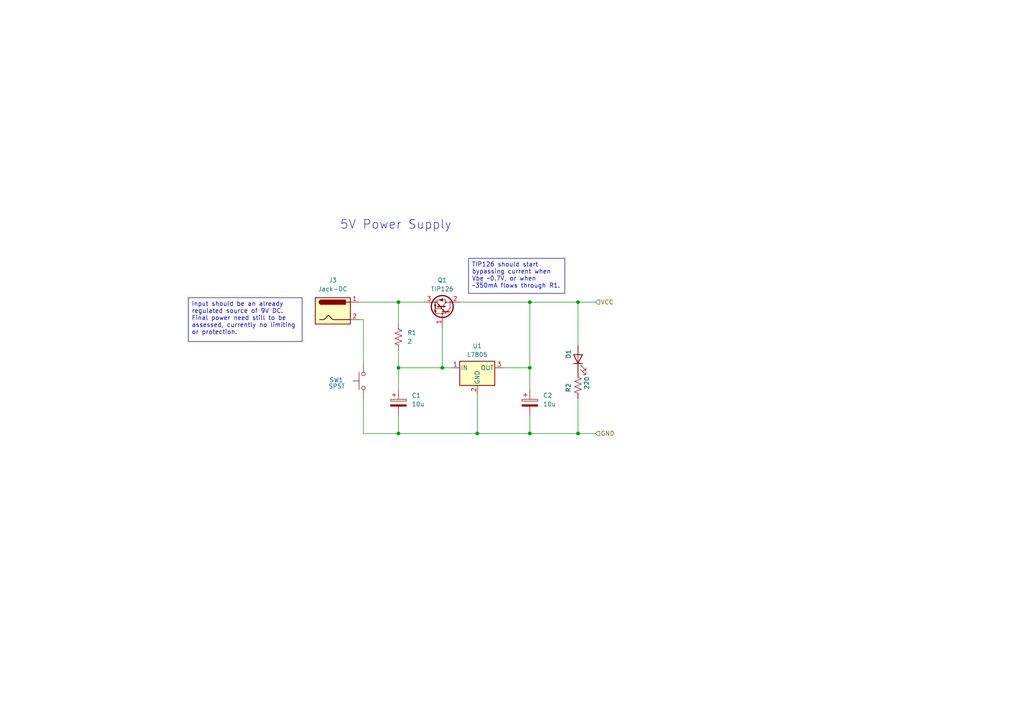
<source format=kicad_sch>
(kicad_sch (version 20250114) (generator "eeschema") (generator_version "9.0")
  (paper "A4")
  (title_block (title "Power Supply") (date "2025-11-16") (rev "1.0") (company "Marco Vettigli"))
  (lib_symbols
    (symbol "Connector:Jack-DC" (pin_names (offset 1.016))
      (property "Reference" "J" (at 0 5.334 0))
      (property "Value" "Jack-DC" (at 0 -5.08 0))
      (symbol "Jack-DC_0_1"
        (rectangle (start -5.08 3.81) (end 5.08 -3.81) (stroke (width 0.254)) (fill (type background)))
        (polyline (pts (xy -3.81 -2.54) (xy -2.54 -2.54) (xy -1.27 -1.27) (xy 0 -2.54) (xy 2.54 -2.54) (xy 5.08 -2.54)) (stroke (width 0.254)))
        (arc (start -3.302 1.905) (mid -3.9343 2.54) (end -3.302 3.175) (stroke (width 0.254)))
        (arc (start -3.302 1.905) (mid -3.9343 2.54) (end -3.302 3.175) (stroke (width 0.254)) (fill (type outline)))
        (rectangle (start 3.683 3.175) (end -3.302 1.905) (stroke (width 0.254)) (fill (type outline)))
        (polyline (pts (xy 5.08 2.54) (xy 3.81 2.54)) (stroke (width 0.254)))
      )
      (symbol "Jack-DC_1_1"
        (pin passive line (at 7.62 2.54 180) (length 2.54) (name "~") (number "1"))
        (pin passive line (at 7.62 -2.54 180) (length 2.54) (name "~") (number "2"))
      )
    )
    (symbol "Device:C_Polarized" (pin_numbers (hide yes)) (pin_names (offset 0.254))
      (property "Reference" "C" (at 0.635 2.54 0))
      (property "Value" "C_Polarized" (at 0.635 -2.54 0))
      (symbol "C_Polarized_0_1"
        (rectangle (start -2.286 0.508) (end 2.286 1.016))
        (polyline (pts (xy -1.778 2.286) (xy -0.762 2.286)))
        (polyline (pts (xy -1.27 2.794) (xy -1.27 1.778)))
        (rectangle (start 2.286 -0.508) (end -2.286 -1.016) (fill (type outline)))
      )
      (symbol "C_Polarized_1_1"
        (pin passive line (at 0 3.81 270) (length 2.794) (name "~") (number "1"))
        (pin passive line (at 0 -3.81 90) (length 2.794) (name "~") (number "2"))
      )
    )
    (symbol "Device:LED" (pin_numbers (hide yes)) (pin_names (offset 1.016) (hide yes))
      (property "Reference" "D" (at 0 2.54 0))
      (property "Value" "LED" (at 0 -2.54 0))
      (symbol "LED_0_1"
        (polyline (pts (xy -3.048 -0.762) (xy -4.572 -2.286) (xy -3.81 -2.286) (xy -4.572 -2.286) (xy -4.572 -1.524)))
        (polyline (pts (xy -1.778 -0.762) (xy -3.302 -2.286) (xy -2.54 -2.286) (xy -3.302 -2.286) (xy -3.302 -1.524)))
        (polyline (pts (xy -1.27 0) (xy 1.27 0)))
        (polyline (pts (xy -1.27 -1.27) (xy -1.27 1.27)) (stroke (width 0.254)))
        (polyline (pts (xy 1.27 -1.27) (xy 1.27 1.27) (xy -1.27 0) (xy 1.27 -1.27)) (stroke (width 0.254)))
      )
      (symbol "LED_1_1"
        (pin passive line (at -3.81 0 0) (length 2.54) (name "K") (number "1"))
        (pin passive line (at 3.81 0 180) (length 2.54) (name "A") (number "2"))
      )
    )
    (symbol "Device:R_US" (pin_numbers (hide yes)) (pin_names (offset 0))
      (property "Reference" "R" (at 2.54 0 90))
      (property "Value" "R_US" (at -2.54 0 90))
      (symbol "R_US_0_1"
        (polyline (pts (xy 0 2.286) (xy 0 2.54)))
        (polyline (pts (xy 0 2.286) (xy 1.016 1.905) (xy 0 1.524) (xy -1.016 1.143) (xy 0 0.762)))
        (polyline (pts (xy 0 0.762) (xy 1.016 0.381) (xy 0 0) (xy -1.016 -0.381) (xy 0 -0.762)))
        (polyline (pts (xy 0 -0.762) (xy 1.016 -1.143) (xy 0 -1.524) (xy -1.016 -1.905) (xy 0 -2.286)))
        (polyline (pts (xy 0 -2.286) (xy 0 -2.54)))
      )
      (symbol "R_US_1_1"
        (pin passive line (at 0 3.81 270) (length 1.27) (name "~") (number "1"))
        (pin passive line (at 0 -3.81 90) (length 1.27) (name "~") (number "2"))
      )
    )
    (symbol "Regulator_Linear:L7805" (pin_names (offset 0.254))
      (property "Reference" "U" (at -3.81 3.175 0))
      (property "Value" "L7805" (at 0 3.175 0))
      (symbol "L7805_0_1"
        (rectangle (start -5.08 1.905) (end 5.08 -5.08) (stroke (width 0.254)) (fill (type background)))
      )
      (symbol "L7805_1_1"
        (pin power_in line (at -7.62 0 0) (length 2.54) (name "IN") (number "1"))
        (pin power_in line (at 0 -7.62 90) (length 2.54) (name "GND") (number "2"))
        (pin power_out line (at 7.62 0 180) (length 2.54) (name "OUT") (number "3"))
      )
    )
    (symbol "Switch:SW_Push" (pin_numbers (hide yes)) (pin_names (offset 1.016) (hide yes))
      (property "Reference" "SW" (at 1.27 2.54 0))
      (property "Value" "SW_Push" (at 0 -1.524 0))
      (symbol "SW_Push_0_1"
        (circle (center -2.032 0) (radius 0.508))
        (polyline (pts (xy 0 1.27) (xy 0 3.048)))
        (circle (center 2.032 0) (radius 0.508))
        (polyline (pts (xy 2.54 1.27) (xy -2.54 1.27)))
        (pin passive line (at -5.08 0 0) (length 2.54) (name "1") (number "1"))
        (pin passive line (at 5.08 0 180) (length 2.54) (name "2") (number "2"))
      )
    )
    (symbol "Transistor_BJT:TIP126" (pin_names (offset 0) (hide yes))
      (property "Reference" "Q" (at 5.08 1.905 0))
      (property "Value" "TIP126" (at 5.08 0 0))
      (symbol "TIP126_0_1"
        (polyline (pts (xy -1.27 0) (xy -0.889 0)))
        (circle (center -0.762 0) (radius 0.127))
        (polyline (pts (xy -0.254 2.032) (xy -0.254 0) (xy -0.254 0)) (stroke (width 0.3048)))
        (polyline (pts (xy -0.254 1.27) (xy 0.762 2.286) (xy 2.54 2.286)))
        (polyline (pts (xy -0.254 1.016) (xy -0.762 1.016) (xy -0.762 -2.032)))
        (polyline (pts (xy -0.254 0.762) (xy 0.762 -0.254) (xy 1.27 -0.254)))
        (polyline (pts (xy 0 0.508) (xy 0.254 0) (xy 0.508 0.254) (xy 0 0.508)))
        (polyline (pts (xy 0.762 -0.254) (xy 0.762 -2.032) (xy 1.143 -2.032) (xy 1.27 -1.778) (xy 1.397 -2.286) (xy 1.524 -1.778) (xy 1.651 -2.286) (xy 1.778 -1.778) (xy 1.905 -2.286) (xy 2.032 -2.032) (xy 2.54 -2.032)))
        (circle (center 0.762 -0.254) (radius 0.127))
        (polyline (pts (xy 0.762 -2.032) (xy 0.381 -2.032) (xy 0.254 -2.286) (xy 0.127 -1.778) (xy 0 -2.286) (xy -0.127 -1.778) (xy -0.254 -2.286) (xy -0.381 -1.778) (xy -0.508 -2.032) (xy -0.762 -2.032)))
        (circle (center 0.762 -2.032) (radius 0.127))
        (polyline (pts (xy 1.27 0.762) (xy 1.27 -1.27) (xy 1.27 -1.27)) (stroke (width 0.381)))
        (polyline (pts (xy 1.27 0) (xy 2.286 1.016) (xy 2.54 1.016) (xy 2.54 2.286)))
        (circle (center 1.27 0) (radius 3.175) (stroke (width 0.3556)))
        (polyline (pts (xy 1.27 -0.508) (xy 2.286 -1.524) (xy 2.54 -1.524) (xy 2.54 -2.032)))
        (polyline (pts (xy 1.524 -0.762) (xy 1.778 -1.27) (xy 2.032 -1.016) (xy 1.524 -0.762)))
        (circle (center 2.54 2.286) (radius 0.127))
        (circle (center 2.54 1.016) (radius 0.127))
        (polyline (pts (xy 2.54 -1.524) (xy 3.175 -1.524)))
        (circle (center 2.54 -1.524) (radius 0.127))
        (polyline (pts (xy 2.54 -2.032) (xy 2.54 -2.54)))
        (circle (center 2.54 -2.032) (radius 0.127))
        (polyline (pts (xy 2.794 -0.635) (xy 3.556 -0.635)))
        (polyline (pts (xy 3.175 1.016) (xy 2.54 1.016)))
        (polyline (pts (xy 3.175 0.127) (xy 3.175 1.016)))
        (polyline (pts (xy 3.175 -0.635) (xy 2.794 0.127) (xy 3.556 0.127) (xy 3.175 -0.635)) (fill (type outline)))
        (polyline (pts (xy 3.175 -1.524) (xy 3.175 -0.635)))
      )
      (symbol "TIP126_1_1"
        (pin input line (at -5.08 0 0) (length 3.81) (name "B") (number "1"))
        (pin passive line (at 2.54 5.08 270) (length 2.667) (name "C") (number "2"))
        (pin passive line (at 2.54 -5.08 90) (length 2.54) (name "E") (number "3"))
      )
    )
  )
  (text "5V Power Supply" (at 114.808 65.278 0) (effects (font (size 2.54 2.54))))
  (text_box "TIP126 should start bypassing current when Vbe ~0.7V, or when ~350mA flows through R1." (at 135.89 74.93 0) (size 27.94 10.16) (margins 0.9525 0.9525 0.9525 0.9525) (effects (font (size 1.27 1.27)) (justify left top)))
  (text_box "Input should be an already regulated source of 9V DC.\nFinal power need still to be assessed, currently no limiting or protection." (at 54.61 86.36 0) (size 33.02 12.7) (margins 0.9525 0.9525 0.9525 0.9525) (effects (font (size 1.27 1.27)) (justify left top)))
  (junction (at 115.57 87.63))
  (junction (at 138.43 125.73))
  (junction (at 167.64 125.73))
  (junction (at 153.67 125.73))
  (junction (at 115.57 106.68))
  (junction (at 153.67 87.63))
  (junction (at 115.57 125.73))
  (junction (at 167.64 87.63))
  (junction (at 153.67 106.68))
  (junction (at 128.27 106.68))
  (wire (pts (xy 128.27 95.25) (xy 128.27 106.68)))
  (wire (pts (xy 128.27 106.68) (xy 130.81 106.68)))
  (wire (pts (xy 115.57 120.65) (xy 115.57 125.73)))
  (wire (pts (xy 153.67 106.68) (xy 153.67 113.03)))
  (wire (pts (xy 133.35 87.63) (xy 153.67 87.63)))
  (wire (pts (xy 115.57 106.68) (xy 128.27 106.68)))
  (wire (pts (xy 115.57 113.03) (xy 115.57 106.68)))
  (wire (pts (xy 146.05 106.68) (xy 153.67 106.68)))
  (wire (pts (xy 167.64 125.73) (xy 172.72 125.73)))
  (wire (pts (xy 115.57 87.63) (xy 115.57 93.98)))
  (wire (pts (xy 153.67 87.63) (xy 167.64 87.63)))
  (wire (pts (xy 115.57 101.6) (xy 115.57 106.68)))
  (wire (pts (xy 105.41 92.71) (xy 105.41 105.41)))
  (wire (pts (xy 167.64 87.63) (xy 172.72 87.63)))
  (wire (pts (xy 153.67 120.65) (xy 153.67 125.73)))
  (wire (pts (xy 153.67 87.63) (xy 153.67 106.68)))
  (wire (pts (xy 105.41 115.57) (xy 105.41 125.73)))
  (wire (pts (xy 138.43 114.3) (xy 138.43 125.73)))
  (wire (pts (xy 167.64 100.33) (xy 167.64 87.63)))
  (wire (pts (xy 104.14 87.63) (xy 115.57 87.63)))
  (wire (pts (xy 138.43 125.73) (xy 153.67 125.73)))
  (wire (pts (xy 115.57 87.63) (xy 123.19 87.63)))
  (wire (pts (xy 153.67 125.73) (xy 167.64 125.73)))
  (wire (pts (xy 167.64 115.57) (xy 167.64 125.73)))
  (wire (pts (xy 115.57 125.73) (xy 138.43 125.73)))
  (wire (pts (xy 105.41 92.71) (xy 104.14 92.71)))
  (wire (pts (xy 105.41 125.73) (xy 115.57 125.73)))
  (hierarchical_label "VCC" (shape input) (at 172.72 87.63 0))
  (hierarchical_label "GND" (shape input) (at 172.72 125.73 0))
  (symbol (lib_id "Regulator_Linear:L7805") (at 138.43 106.68 0) (unit 1)
    (property "Reference" "U1" (at 138.43 100.33 0))
    (property "Value" "L7805" (at 138.43 102.87 0))
    (property "Footprint" "Package_TO_SOT_THT:TO-220-3_Vertical" (effects (hide yes)))
    (property "Datasheet" "http://www.st.com/content/ccc/resource/technical/document/datasheet/41/4f/b3/b0/12/d4/47/88/CD00000444.pdf/files/CD00000444.pdf/jcr:content/translations/en.CD00000444.pdf" (effects (hide yes)))
    (property "Description" "Positive 1.5A 35V Linear Regulator, Fixed Output 5V, TO-220/TO-263/TO-252" (effects (hide yes)))
  )
  (symbol (lib_id "Transistor_BJT:TIP126") (at 128.27 90.17 270) (mirror x) (unit 1)
    (property "Reference" "Q1" (at 128.27 81.28 90))
    (property "Value" "TIP126" (at 128.27 83.82 90))
    (property "Footprint" "Package_TO_SOT_THT:TO-220-3_Vertical" (effects (hide yes)))
    (property "Datasheet" "https://www.onsemi.com/pub/Collateral/TIP120-D.PDF" (effects (hide yes)))
    (property "Description" "5A Ic, 80V Vce, Silicon Darlington Power PNP Transistor, TO-220" (effects (hide yes)))
  )
  (symbol (lib_id "Connector:Jack-DC") (at 96.52 90.17 0) (unit 1)
    (property "Reference" "J3" (at 96.52 81.28 0))
    (property "Value" "Jack-DC" (at 96.52 83.82 0))
    (property "Footprint" "Connector_BarrelJack:BarrelJack_Horizontal" (effects (hide yes)))
    (property "Description" "DC Barrel Jack" (effects (hide yes)))
  )
  (symbol (lib_id "Device:R_US") (at 167.64 111.76 0) (unit 1)
    (property "Reference" "R2" (at 164.846 113.792 90) (effects (justify left)))
    (property "Value" "220" (at 170.18 113.0299 90) (effects (justify left)))
    (property "Footprint" "Resistor_THT:R_Axial_DIN0207_L6.3mm_D2.5mm_P10.16mm_Horizontal" (effects (hide yes)))
    (property "Description" "Resistor, US symbol" (effects (hide yes)))
  )
  (symbol (lib_id "Device:C_Polarized") (at 115.57 116.84 0) (unit 1)
    (property "Reference" "C1" (at 119.38 114.6809 0) (effects (justify left)))
    (property "Value" "10u" (at 119.38 117.2209 0) (effects (justify left)))
    (property "Footprint" "Capacitor_THT:CP_Radial_D5.0mm_P2.50mm" (effects (hide yes)))
    (property "Description" "Polarized capacitor" (effects (hide yes)))
  )
  (symbol (lib_id "Device:R_US") (at 115.57 97.79 0) (unit 1)
    (property "Reference" "R1" (at 118.11 96.5199 0) (effects (justify left)))
    (property "Value" "2" (at 118.11 99.0599 0) (effects (justify left)))
    (property "Footprint" "Resistor_THT:R_Box_L14.0mm_W5.0mm_P9.00mm" (effects (hide yes)))
    (property "Description" "Resistor, US symbol" (effects (hide yes)))
  )
  (symbol (lib_id "Switch:SW_Push") (at 105.41 110.49 90) (unit 1)
    (property "Reference" "SW1" (at 95.504 110.236 90) (effects (justify right)))
    (property "Value" "SPST" (at 95.25 112.014 90) (effects (justify right)))
    (property "Footprint" "Custom:SW-TH_G-SWITCH-PS-22F03N" (effects (hide yes)))
    (property "Description" "Push button switch, generic, two pins" (effects (hide yes)))
  )
  (symbol (lib_id "Device:C_Polarized") (at 153.67 116.84 0) (unit 1)
    (property "Reference" "C2" (at 157.48 114.6809 0) (effects (justify left)))
    (property "Value" "10u" (at 157.48 117.2209 0) (effects (justify left)))
    (property "Footprint" "Capacitor_THT:CP_Radial_D5.0mm_P2.50mm" (effects (hide yes)))
    (property "Description" "Polarized capacitor" (effects (hide yes)))
  )
  (symbol (lib_id "Device:LED") (at 167.64 104.14 90) (unit 1)
    (property "Reference" "D1" (at 164.846 101.346 0) (effects (justify right)))
    (property "Value" "RED" (effects (hide yes)))
    (property "Footprint" "LED_THT:LED_D5.0mm" (effects (hide yes)))
    (property "Description" "Light emitting diode" (effects (hide yes)))
    (property "Sim.Pins" "1=K 2=A" (effects (hide yes)))
  )
)
</source>
